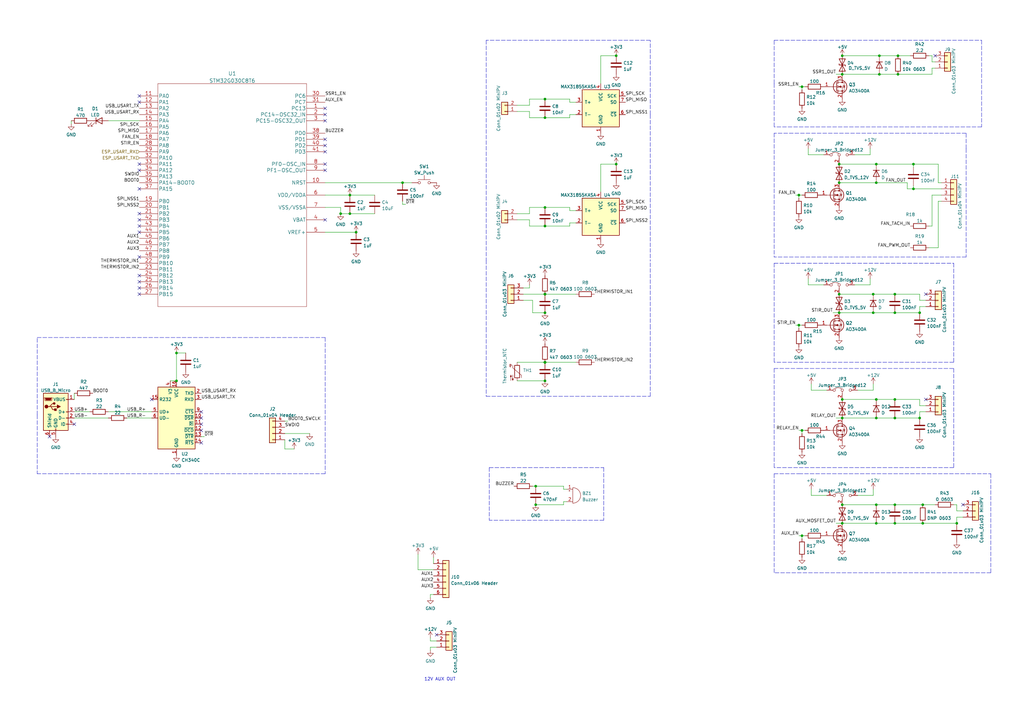
<source format=kicad_sch>
(kicad_sch (version 20211123) (generator eeschema)
  (paper "A3")
  (junction (at 392.43 214.63))
  (junction (at 252.73 22.86))
  (junction (at 345.44 207.01))
  (junction (at 377.19 171.45))
  (junction (at 219.71 207.01))
  (junction (at 359.41 163.83))
  (junction (at 165.1 74.93))
  (junction (at 377.19 128.27))
  (junction (at 223.52 85.09))
  (junction (at 223.52 148.6365))
  (junction (at 223.5201 148.6365))
  (junction (at 143.51 80.01))
  (junction (at 252.73 67.31))
  (junction (at 72.39 144.78))
  (junction (at 359.41 207.01))
  (junction (at 345.44 22.86))
  (junction (at 367.03 128.27))
  (junction (at 368.3 22.86))
  (junction (at 327.66 133.35))
  (junction (at 328.93 35.56))
  (junction (at 358.14 128.27))
  (junction (at 360.68 30.48))
  (junction (at 374.65 77.47))
  (junction (at 223.5199 120.65))
  (junction (at 345.44 30.48))
  (junction (at 358.14 120.65))
  (junction (at 223.52 48.26))
  (junction (at 345.44 214.63))
  (junction (at 359.41 67.31))
  (junction (at 378.46 207.01))
  (junction (at 223.52 40.64))
  (junction (at 367.03 171.45))
  (junction (at 72.39 156.21))
  (junction (at 223.52 156.21))
  (junction (at 344.17 128.27))
  (junction (at 223.52 120.65))
  (junction (at 344.17 120.65))
  (junction (at 378.46 214.63))
  (junction (at 327.66 80.01))
  (junction (at 368.3 30.48))
  (junction (at 367.03 120.65))
  (junction (at 344.17 67.31))
  (junction (at 359.41 74.93))
  (junction (at 359.41 171.45))
  (junction (at 345.44 171.45))
  (junction (at 139.7 87.63))
  (junction (at 223.52 148.59))
  (junction (at 367.03 163.83))
  (junction (at 374.65 67.31))
  (junction (at 143.51 87.63))
  (junction (at 359.41 214.63))
  (junction (at 328.93 176.53))
  (junction (at 223.52 92.71))
  (junction (at 146.05 95.25))
  (junction (at 367.03 207.01))
  (junction (at 344.17 74.93))
  (junction (at 223.52 128.27))
  (junction (at 360.68 22.86))
  (junction (at 367.03 214.63))
  (junction (at 328.93 219.71))
  (junction (at 219.71 199.39))
  (junction (at 345.44 163.83))
  (no_connect (at 62.23 163.83))
  (no_connect (at 30.48 173.99))
  (no_connect (at 57.15 90.17))
  (no_connect (at 57.15 92.71))
  (no_connect (at 133.35 44.45))
  (no_connect (at 133.35 49.53))
  (no_connect (at 57.15 67.31))
  (no_connect (at 57.15 105.41))
  (no_connect (at 133.35 62.23))
  (no_connect (at 57.15 77.47))
  (no_connect (at 57.15 115.57))
  (no_connect (at 57.15 41.91))
  (no_connect (at 133.35 46.99))
  (no_connect (at 179.07 260.35))
  (no_connect (at 133.35 57.15))
  (no_connect (at 383.54 22.86))
  (no_connect (at 379.73 163.83))
  (no_connect (at 57.15 113.03))
  (no_connect (at 57.15 95.25))
  (no_connect (at 394.97 207.01))
  (no_connect (at 82.55 171.45))
  (no_connect (at 133.35 69.85))
  (no_connect (at 57.15 120.65))
  (no_connect (at 133.35 90.17))
  (no_connect (at 20.32 179.07))
  (no_connect (at 57.15 39.37))
  (no_connect (at 82.55 181.61))
  (no_connect (at 57.15 87.63))
  (no_connect (at 379.73 120.65))
  (no_connect (at 82.55 176.53))
  (no_connect (at 57.15 118.11))
  (no_connect (at 82.55 173.99))
  (no_connect (at 82.55 168.91))
  (no_connect (at 133.35 67.31))
  (no_connect (at 133.35 59.69))
  (no_connect (at 57.15 69.85))
  (wire (pts (xy 219.71 207.01) (xy 231.14 207.01)))
  (wire (pts (xy 377.19 123.19) (xy 379.73 123.19)))
  (polyline (pts (xy 406.4 234.95) (xy 317.5 234.95)))
  (wire (pts (xy 359.41 67.31) (xy 374.65 67.31)))
  (wire (pts (xy 29.21 50.8) (xy 29.21 49.53)))
  (wire (pts (xy 223.52 92.71) (xy 217.17 92.71)))
  (wire (pts (xy 384.81 101.6) (xy 384.81 82.55)))
  (wire (pts (xy 233.68 92.71) (xy 233.68 91.44)))
  (wire (pts (xy 356.87 114.3) (xy 356.87 116.84)))
  (wire (pts (xy 368.3 22.86) (xy 360.68 22.86)))
  (wire (pts (xy 342.9 171.45) (xy 345.44 171.45)))
  (wire (pts (xy 367.03 214.63) (xy 378.46 214.63)))
  (wire (pts (xy 30.48 161.29) (xy 30.48 163.83)))
  (wire (pts (xy 382.27 27.94) (xy 383.54 27.94)))
  (polyline (pts (xy 199.39 162.56) (xy 266.7 162.56)))
  (wire (pts (xy 344.17 128.27) (xy 358.14 128.27)))
  (wire (pts (xy 219.71 199.39) (xy 231.14 199.39)))
  (wire (pts (xy 36.83 168.91) (xy 30.48 168.91)))
  (wire (pts (xy 120.65 184.15) (xy 116.84 184.15)))
  (wire (pts (xy 372.11 74.93) (xy 372.11 77.47)))
  (wire (pts (xy 44.45 49.53) (xy 57.15 49.53)))
  (polyline (pts (xy 317.5 54.61) (xy 317.5 105.41)))
  (polyline (pts (xy 199.39 106.68) (xy 199.39 134.62)))
  (polyline (pts (xy 15.24 170.18) (xy 15.24 194.31)))
  (wire (pts (xy 212.09 43.18) (xy 217.17 43.18)))
  (wire (pts (xy 217.17 85.09) (xy 223.52 85.09)))
  (polyline (pts (xy 327.66 151.13) (xy 391.16 151.13)))
  (wire (pts (xy 223.5199 120.65) (xy 223.52 120.65)))
  (wire (pts (xy 358.14 203.2) (xy 351.79 203.2)))
  (polyline (pts (xy 15.24 170.18) (xy 15.24 138.43)))
  (polyline (pts (xy 266.7 46.99) (xy 266.7 106.68)))
  (wire (pts (xy 246.38 78.74) (xy 246.38 67.31)))
  (wire (pts (xy 246.38 22.86) (xy 252.73 22.86)))
  (polyline (pts (xy 391.16 148.59) (xy 317.5 148.59)))
  (wire (pts (xy 381 22.86) (xy 382.27 22.86)))
  (polyline (pts (xy 133.35 194.31) (xy 15.24 194.31)))
  (wire (pts (xy 165.1 74.93) (xy 168.91 74.93)))
  (wire (pts (xy 358.14 157.48) (xy 358.14 160.02)))
  (wire (pts (xy 360.68 30.48) (xy 368.3 30.48)))
  (wire (pts (xy 356.87 60.96) (xy 356.87 63.5)))
  (wire (pts (xy 328.93 177.8) (xy 328.93 176.53)))
  (polyline (pts (xy 396.24 60.96) (xy 396.24 105.41)))
  (polyline (pts (xy 266.7 16.51) (xy 199.39 16.51)))
  (wire (pts (xy 177.8 228.6) (xy 177.8 231.14)))
  (wire (pts (xy 246.38 67.31) (xy 252.73 67.31)))
  (wire (pts (xy 139.7 85.09) (xy 133.35 85.09)))
  (polyline (pts (xy 266.7 134.62) (xy 266.7 106.68)))
  (wire (pts (xy 52.07 171.45) (xy 62.23 171.45)))
  (wire (pts (xy 344.17 120.65) (xy 358.14 120.65)))
  (polyline (pts (xy 317.5 34.29) (xy 317.5 16.51)))
  (wire (pts (xy 233.68 85.09) (xy 233.68 86.36)))
  (wire (pts (xy 116.84 184.15) (xy 116.84 180.34)))
  (wire (pts (xy 392.43 209.55) (xy 392.43 207.01)))
  (wire (pts (xy 341.63 128.27) (xy 344.17 128.27)))
  (polyline (pts (xy 391.16 191.77) (xy 317.5 191.77)))
  (wire (pts (xy 327.66 219.71) (xy 328.93 219.71)))
  (wire (pts (xy 377.19 166.37) (xy 379.73 166.37)))
  (polyline (pts (xy 247.65 191.77) (xy 247.65 213.36)))
  (wire (pts (xy 382.27 30.48) (xy 382.27 27.94)))
  (wire (pts (xy 231.14 200.66) (xy 231.14 199.39)))
  (wire (pts (xy 328.93 220.98) (xy 328.93 219.71)))
  (wire (pts (xy 358.14 160.02) (xy 351.79 160.02)))
  (wire (pts (xy 217.17 48.26) (xy 217.17 45.72)))
  (wire (pts (xy 214.63 120.65) (xy 223.5199 120.65)))
  (wire (pts (xy 223.5199 120.65) (xy 223.5199 120.6035)))
  (wire (pts (xy 223.52 148.6365) (xy 223.52 148.59)))
  (wire (pts (xy 382.27 25.4) (xy 382.27 22.86)))
  (wire (pts (xy 327.66 81.28) (xy 327.66 80.01)))
  (wire (pts (xy 377.19 171.45) (xy 377.19 168.91)))
  (wire (pts (xy 165.1 83.82) (xy 166.37 83.82)))
  (polyline (pts (xy 200.66 191.77) (xy 247.65 191.77)))
  (wire (pts (xy 331.47 63.5) (xy 337.82 63.5)))
  (wire (pts (xy 76.2 144.78) (xy 72.39 144.78)))
  (wire (pts (xy 217.17 116.84) (xy 217.17 118.11)))
  (wire (pts (xy 139.7 87.63) (xy 143.51 87.63)))
  (wire (pts (xy 342.9 30.48) (xy 345.44 30.48)))
  (wire (pts (xy 377.19 128.27) (xy 377.19 125.73)))
  (wire (pts (xy 176.53 261.62) (xy 176.53 262.89)))
  (wire (pts (xy 359.41 214.63) (xy 367.03 214.63)))
  (wire (pts (xy 377.19 166.37) (xy 377.19 163.83)))
  (wire (pts (xy 374.65 67.31) (xy 384.81 67.31)))
  (wire (pts (xy 367.03 171.45) (xy 377.19 171.45)))
  (wire (pts (xy 328.93 176.53) (xy 330.2 176.53)))
  (polyline (pts (xy 317.5 34.29) (xy 317.5 52.07)))
  (wire (pts (xy 217.17 40.64) (xy 223.52 40.64)))
  (wire (pts (xy 233.68 46.99) (xy 236.22 46.99)))
  (polyline (pts (xy 200.66 191.77) (xy 200.66 213.36)))
  (wire (pts (xy 386.08 80.01) (xy 382.27 80.01)))
  (wire (pts (xy 368.3 30.48) (xy 382.27 30.48)))
  (wire (pts (xy 223.52 128.27) (xy 218.44 128.27)))
  (wire (pts (xy 326.39 80.01) (xy 327.66 80.01)))
  (wire (pts (xy 345.44 207.01) (xy 359.41 207.01)))
  (wire (pts (xy 218.44 128.27) (xy 218.44 123.19)))
  (wire (pts (xy 176.53 245.11) (xy 176.53 243.84)))
  (wire (pts (xy 217.17 92.71) (xy 217.17 90.17)))
  (polyline (pts (xy 406.4 194.31) (xy 406.4 234.95)))
  (wire (pts (xy 223.52 48.26) (xy 217.17 48.26)))
  (polyline (pts (xy 396.24 105.41) (xy 317.5 105.41)))
  (wire (pts (xy 44.45 171.45) (xy 30.48 171.45)))
  (wire (pts (xy 212.09 148.59) (xy 223.52 148.59)))
  (wire (pts (xy 233.68 41.91) (xy 236.22 41.91)))
  (wire (pts (xy 328.93 35.56) (xy 330.2 35.56)))
  (wire (pts (xy 358.14 200.66) (xy 358.14 203.2)))
  (polyline (pts (xy 391.16 151.13) (xy 391.16 191.77)))
  (wire (pts (xy 133.35 80.01) (xy 143.51 80.01)))
  (wire (pts (xy 233.68 40.64) (xy 233.68 41.91)))
  (wire (pts (xy 223.52 40.64) (xy 233.68 40.64)))
  (wire (pts (xy 374.65 76.2) (xy 374.65 77.47)))
  (wire (pts (xy 326.39 133.35) (xy 327.66 133.35)))
  (polyline (pts (xy 317.5 151.13) (xy 317.5 191.77)))
  (polyline (pts (xy 391.16 107.95) (xy 391.16 148.59)))
  (wire (pts (xy 176.53 262.89) (xy 179.07 262.89)))
  (polyline (pts (xy 317.5 194.31) (xy 327.66 194.31)))
  (wire (pts (xy 72.39 144.78) (xy 72.39 156.21)))
  (polyline (pts (xy 396.24 54.61) (xy 317.5 54.61)))
  (polyline (pts (xy 317.5 194.31) (xy 317.5 234.95)))
  (wire (pts (xy 358.14 120.65) (xy 367.03 120.65)))
  (wire (pts (xy 118.11 172.72) (xy 116.84 172.72)))
  (wire (pts (xy 328.93 36.83) (xy 328.93 35.56)))
  (wire (pts (xy 359.41 74.93) (xy 372.11 74.93)))
  (polyline (pts (xy 199.39 16.51) (xy 199.39 106.68)))
  (polyline (pts (xy 402.59 16.51) (xy 402.59 52.07)))
  (wire (pts (xy 392.43 207.01) (xy 391.16 207.01)))
  (polyline (pts (xy 266.7 162.56) (xy 266.7 134.62)))
  (wire (pts (xy 223.52 48.26) (xy 233.68 48.26)))
  (wire (pts (xy 377.19 163.83) (xy 367.03 163.83)))
  (wire (pts (xy 359.41 171.45) (xy 367.03 171.45)))
  (polyline (pts (xy 317.5 16.51) (xy 402.59 16.51)))
  (wire (pts (xy 217.17 87.63) (xy 217.17 85.09)))
  (wire (pts (xy 223.52 148.59) (xy 236.22 148.59)))
  (wire (pts (xy 116.84 177.8) (xy 127 177.8)))
  (wire (pts (xy 217.17 43.18) (xy 217.17 40.64)))
  (wire (pts (xy 331.47 114.3) (xy 331.47 116.84)))
  (wire (pts (xy 331.47 116.84) (xy 337.82 116.84)))
  (wire (pts (xy 386.08 74.93) (xy 384.81 74.93)))
  (wire (pts (xy 223.52 85.09) (xy 233.68 85.09)))
  (wire (pts (xy 143.51 80.01) (xy 153.67 80.01)))
  (polyline (pts (xy 133.35 138.43) (xy 133.35 194.31)))
  (wire (pts (xy 233.68 86.36) (xy 236.22 86.36)))
  (wire (pts (xy 83.82 179.07) (xy 82.55 179.07)))
  (wire (pts (xy 223.5201 148.6365) (xy 223.52 148.6365)))
  (wire (pts (xy 377.19 123.19) (xy 377.19 120.65)))
  (wire (pts (xy 44.45 168.91) (xy 62.23 168.91)))
  (wire (pts (xy 232.41 200.66) (xy 231.14 200.66)))
  (wire (pts (xy 231.14 207.01) (xy 231.14 205.74)))
  (wire (pts (xy 327.66 176.53) (xy 328.93 176.53)))
  (wire (pts (xy 368.3 22.86) (xy 373.38 22.86)))
  (wire (pts (xy 171.45 227.33) (xy 171.45 233.68)))
  (wire (pts (xy 392.43 209.55) (xy 394.97 209.55)))
  (polyline (pts (xy 317.5 107.95) (xy 317.5 148.59)))
  (wire (pts (xy 236.22 120.65) (xy 223.52 120.65)))
  (wire (pts (xy 231.14 205.74) (xy 232.41 205.74)))
  (wire (pts (xy 165.1 82.55) (xy 165.1 83.82)))
  (wire (pts (xy 218.44 123.19) (xy 214.63 123.19)))
  (wire (pts (xy 382.27 92.71) (xy 381 92.71)))
  (wire (pts (xy 344.17 67.31) (xy 359.41 67.31)))
  (wire (pts (xy 218.44 199.39) (xy 219.71 199.39)))
  (wire (pts (xy 233.68 91.44) (xy 236.22 91.44)))
  (wire (pts (xy 342.9 214.63) (xy 345.44 214.63)))
  (wire (pts (xy 331.47 60.96) (xy 331.47 63.5)))
  (wire (pts (xy 359.41 207.01) (xy 367.03 207.01)))
  (wire (pts (xy 246.38 34.29) (xy 246.38 22.86)))
  (wire (pts (xy 383.54 207.01) (xy 378.46 207.01)))
  (wire (pts (xy 212.09 156.21) (xy 223.52 156.21)))
  (polyline (pts (xy 266.7 46.99) (xy 266.7 16.51)))
  (wire (pts (xy 382.27 25.4) (xy 383.54 25.4)))
  (wire (pts (xy 367.03 120.65) (xy 377.19 120.65)))
  (wire (pts (xy 384.81 82.55) (xy 386.08 82.55)))
  (wire (pts (xy 345.44 30.48) (xy 360.68 30.48)))
  (wire (pts (xy 382.27 80.01) (xy 382.27 92.71)))
  (wire (pts (xy 384.81 74.93) (xy 384.81 67.31)))
  (wire (pts (xy 359.41 163.83) (xy 367.03 163.83)))
  (polyline (pts (xy 199.39 134.62) (xy 199.39 162.56)))
  (polyline (pts (xy 396.24 60.96) (xy 396.24 54.61)))
  (wire (pts (xy 374.65 67.31) (xy 374.65 68.58)))
  (polyline (pts (xy 317.5 107.95) (xy 391.16 107.95)))
  (wire (pts (xy 332.74 200.66) (xy 332.74 203.2)))
  (wire (pts (xy 328.93 219.71) (xy 330.2 219.71)))
  (wire (pts (xy 223.52 92.71) (xy 233.68 92.71)))
  (wire (pts (xy 378.46 214.63) (xy 392.43 214.63)))
  (wire (pts (xy 133.35 74.93) (xy 165.1 74.93)))
  (wire (pts (xy 367.03 128.27) (xy 377.19 128.27)))
  (wire (pts (xy 377.19 168.91) (xy 379.73 168.91)))
  (wire (pts (xy 212.09 87.63) (xy 217.17 87.63)))
  (wire (pts (xy 356.87 63.5) (xy 350.52 63.5)))
  (wire (pts (xy 143.51 87.63) (xy 153.67 87.63)))
  (wire (pts (xy 372.11 77.47) (xy 374.65 77.47)))
  (polyline (pts (xy 327.66 194.31) (xy 406.4 194.31)))
  (wire (pts (xy 327.66 134.62) (xy 327.66 133.35)))
  (wire (pts (xy 233.68 48.26) (xy 233.68 46.99)))
  (wire (pts (xy 176.53 243.84) (xy 177.8 243.84)))
  (wire (pts (xy 217.17 118.11) (xy 214.63 118.11)))
  (wire (pts (xy 171.45 233.68) (xy 177.8 233.68)))
  (wire (pts (xy 356.87 116.84) (xy 350.52 116.84)))
  (polyline (pts (xy 317.5 151.13) (xy 327.66 151.13)))
  (wire (pts (xy 332.74 157.48) (xy 332.74 160.02)))
  (wire (pts (xy 332.74 160.02) (xy 339.09 160.02)))
  (wire (pts (xy 374.65 77.47) (xy 386.08 77.47)))
  (wire (pts (xy 345.44 22.86) (xy 360.68 22.86)))
  (wire (pts (xy 327.66 133.35) (xy 328.93 133.35)))
  (polyline (pts (xy 402.59 52.07) (xy 317.5 52.07)))
  (wire (pts (xy 358.14 128.27) (xy 367.03 128.27)))
  (wire (pts (xy 327.66 35.56) (xy 328.93 35.56)))
  (wire (pts (xy 392.43 212.09) (xy 394.97 212.09)))
  (polyline (pts (xy 15.24 138.43) (xy 133.35 138.43)))
  (wire (pts (xy 345.44 163.83) (xy 359.41 163.83)))
  (wire (pts (xy 176.53 265.43) (xy 179.07 265.43)))
  (wire (pts (xy 392.43 214.63) (xy 392.43 212.09)))
  (wire (pts (xy 217.17 45.72) (xy 212.09 45.72)))
  (wire (pts (xy 345.44 171.45) (xy 359.41 171.45)))
  (wire (pts (xy 378.46 207.01) (xy 367.03 207.01)))
  (wire (pts (xy 377.19 125.73) (xy 379.73 125.73)))
  (wire (pts (xy 327.66 80.01) (xy 328.93 80.01)))
  (polyline (pts (xy 247.65 213.36) (xy 200.66 213.36)))
  (wire (pts (xy 381 101.6) (xy 384.81 101.6)))
  (wire (pts (xy 139.7 87.63) (xy 139.7 85.09)))
  (wire (pts (xy 69.85 156.21) (xy 72.39 156.21)))
  (wire (pts (xy 332.74 203.2) (xy 339.09 203.2)))
  (wire (pts (xy 345.44 214.63) (xy 359.41 214.63)))
  (wire (pts (xy 344.17 74.93) (xy 359.41 74.93)))
  (wire (pts (xy 176.53 266.7) (xy 176.53 265.43)))
  (wire (pts (xy 133.35 95.25) (xy 146.05 95.25)))
  (wire (pts (xy 217.17 90.17) (xy 212.09 90.17)))
  (text "12V AUX OUT" (at 173.99 279.4 0) (effects (font (size 1.27 1.27)) (justify left bottom)))
  (label "SPI_SCK" (at 57.15 52.07 180))
  (label "BOOT0" (at 38.1 161.29 0))
  (label "STIR_EN" (at 57.15 59.69 180))
  (label "SWDIO" (at 57.15 72.39 180))
  (label "SPI_NSS2" (at 256.54 91.44 0))
  (label "SPI_MISO" (at 256.54 86.36 0))
  (label "AUX2" (at 177.8 238.76 180))
  (label "BUZZER" (at 210.82 199.39 180))
  (label "SPI_NSS1" (at 256.54 46.99 0))
  (label "THERMISTOR_IN1" (at 243.84 120.65 0))
  (label "STIR_OUT" (at 341.63 128.27 180))
  (label "BOOT0" (at 57.15 74.93 180))
  (label "FAN_PWM_OUT" (at 373.38 101.6 180))
  (label "USB_R-" (at 52.07 171.45 0))
  (label "AUX3" (at 177.8 241.3 180))
  (label "FAN_OUT" (at 363.22 74.93 0))
  (label "USB_USART_TX" (at 82.55 163.83 0))
  (label "SSR1_EN" (at 327.66 35.56 180))
  (label "STIR_EN" (at 326.39 133.35 180))
  (label "SSR1_OUT" (at 342.9 30.48 180))
  (label "SSR1_EN" (at 133.35 39.37 0))
  (label "BOOT0_SWCLK" (at 118.11 172.72 0))
  (label "USB_R+" (at 52.07 168.91 0))
  (label "~{DTR}" (at 166.37 83.82 0))
  (label "SPI_SCK" (at 256.54 39.37 0))
  (label "THERMISTOR_IN2" (at 57.15 110.49 180))
  (label "USB_USART_RX" (at 57.15 46.99 180))
  (label "FAN_TACH_IN" (at 373.38 92.71 180))
  (label "SPI_NSS2" (at 57.15 85.09 180))
  (label "AUX_EN" (at 327.66 219.71 180))
  (label "USB+" (at 30.48 168.91 0))
  (label "~{DTR}" (at 83.82 179.07 0))
  (label "AUX2" (at 57.15 100.33 180))
  (label "SPI_SCK" (at 256.54 83.82 0))
  (label "AUX1" (at 177.8 236.22 180))
  (label "SPI_MISO" (at 256.54 41.91 0))
  (label "USB-" (at 30.48 171.45 0))
  (label "RELAY_OUT" (at 342.9 171.45 180))
  (label "AUX3" (at 57.15 102.87 180))
  (label "USB_USART_TX" (at 57.15 44.45 180))
  (label "AUX_MOSFET_OUT" (at 342.9 214.63 180))
  (label "SPI_NSS1" (at 57.15 82.55 180))
  (label "SPI_MISO" (at 57.15 54.61 180))
  (label "FAN_EN" (at 57.15 57.15 180))
  (label "USB_USART_RX" (at 82.55 161.29 0))
  (label "AUX1" (at 57.15 97.79 180))
  (label "SWDIO" (at 116.84 175.26 0))
  (label "THERMISTOR_IN1" (at 57.15 107.95 180))
  (label "RELAY_EN" (at 327.66 176.53 180))
  (label "THERMISTOR_IN2" (at 243.84 148.59 0))
  (label "BUZZER" (at 133.35 54.61 0))
  (label "FAN_EN" (at 326.39 80.01 180))
  (label "AUX_EN" (at 133.35 41.91 0))
  (hierarchical_label "ESP_USART_RX" (shape input) (at 57.15 62.23 180))
  (hierarchical_label "ESP_USART_TX" (shape input) (at 57.15 64.77 180))
  (symbol (lib_id "power:+3V3") (at 223.52 113.03 0) (unit 1)
    (property "Reference" "#PWR014" (effects hide))
    (property "Value" "+3V3" (at 223.52 109.4542 0))
  )
  (symbol (lib_id "Device:R") (at 240.03 120.65 90) (unit 1)
    (property "Reference" "R8" (at 240.03 115.9342 90))
    (property "Value" "100 0603" (at 240.03 118.4711 90))
    (property "Footprint" "Resistor_SMD:R_0603_1608Metric_Pad0.98x0.95mm_HandSolder" (effects hide))
    (property "LCSC" "C22775" (effects hide))
  )
  (symbol (lib_id "Jumper:Jumper_3_Bridged12") (at 344.17 116.84 0) (unit 1)
    (property "Reference" "JP1" (at 344.17 112.276 0))
    (property "Value" "Jumper_3_Bridged12" (at 344.17 114.8129 0))
    (property "Footprint" "Connector_PinHeader_2.54mm:PinHeader_1x03_P2.54mm_Vertical" (effects hide))
  )
  (symbol (lib_id "power:GND") (at 252.73 30.48 0) (unit 1)
    (property "Reference" "#PWR021" (effects hide))
    (property "Value" "GND" (at 252.73 34.9234 0))
  )
  (symbol (lib_id "power:GND") (at 179.07 74.93 0) (unit 1)
    (property "Reference" "#PWR012" (effects hide))
    (property "Value" "GND" (at 179.07 79.3734 0))
  )
  (symbol (lib_id "Device:D") (at 360.68 26.67 270) (unit 1)
    (property "Reference" "D8" (at 362.712 25.8353 90) (effects (justify left)))
    (property "Value" "D" (at 362.712 28.3722 90) (effects (justify left)))
    (property "Footprint" "Diode_SMD:D_SMA" (effects hide))
    (property "LCSC" "C8678" (effects hide))
  )
  (symbol (lib_id "Connector_Generic:Conn_01x03") (at 384.81 123.19 0) (mirror x) (unit 1)
    (property "Reference" "J7" (at 384.81 115.6802 0))
    (property "Value" "Conn_01x03 MiniPV" (at 387.35 127 90))
    (property "Footprint" "Homebrew:MiniPV_69167-X03XXX_1x03_P2.54mm_Polarized_Vertical" (effects hide))
  )
  (symbol (lib_id "power:GND") (at 72.39 186.69 0) (unit 1)
    (property "Reference" "#PWR04" (effects hide))
    (property "Value" "GND" (at 72.39 191.1334 0))
  )
  (symbol (lib_id "Device:C") (at 367.03 210.82 0) (unit 1)
    (property "Reference" "C35" (at 369.951 209.9853 0) (effects (justify left)))
    (property "Value" "100nF" (at 369.951 212.5222 0) (effects (justify left)))
    (property "Footprint" "Capacitor_SMD:C_0402_1005Metric" (effects hide))
    (property "LCSC" "C307331" (effects hide))
  )
  (symbol (lib_id "power:+5V") (at 177.8 228.6 0) (unit 1)
    (property "Reference" "#PWR039" (effects hide))
    (property "Value" "+5V" (at 177.8 225.0242 0))
  )
  (symbol (lib_id "power:+12V") (at 358.14 200.66 0) (unit 1)
    (property "Reference" "#PWR068" (effects hide))
    (property "Value" "+12V" (at 358.14 197.0842 0))
  )
  (symbol (lib_id "power:GND") (at 252.73 74.93 0) (unit 1)
    (property "Reference" "#PWR023" (effects hide))
    (property "Value" "GND" (at 252.73 79.3734 0))
  )
  (symbol (lib_id "power:GND") (at 344.17 138.43 0) (unit 1)
    (property "Reference" "#PWR031" (effects hide))
    (property "Value" "GND" (at 344.17 142.8734 0))
  )
  (symbol (lib_id "Connector_Generic:Conn_01x03") (at 209.55 120.65 180) (unit 1)
    (property "Reference" "J6" (at 209.55 113.1402 0))
    (property "Value" "Conn_01x03 MiniPV" (at 207.01 120.65 90))
    (property "Footprint" "Homebrew:MiniPV_69167-X03XXX_1x03_P2.54mm_Polarized_Vertical" (effects hide))
  )
  (symbol (lib_id "power:GND") (at 377.19 179.07 0) (unit 1)
    (property "Reference" "#PWR069" (effects hide))
    (property "Value" "GND" (at 377.19 183.5134 0))
  )
  (symbol (lib_id "Device:C") (at 223.52 152.4 0) (unit 1)
    (property "Reference" "C10" (at 226.441 151.5653 0) (effects (justify left)))
    (property "Value" "1uF" (at 226.441 154.1022 0) (effects (justify left)))
    (property "Footprint" "Capacitor_SMD:C_0402_1005Metric" (effects hide))
    (property "LCSC" "C52923" (effects hide))
  )
  (symbol (lib_id "Device:C") (at 252.73 26.67 0) (unit 1)
    (property "Reference" "C12" (at 255.651 25.8353 0) (effects (justify left)))
    (property "Value" "1uF" (at 255.651 28.3722 0) (effects (justify left)))
    (property "Footprint" "Capacitor_SMD:C_0402_1005Metric" (effects hide))
    (property "LCSC" "C52923" (effects hide))
  )
  (symbol (lib_id "power:+3V3") (at 143.51 80.01 0) (unit 1)
    (property "Reference" "#PWR09" (effects hide))
    (property "Value" "+3V3" (at 143.51 76.4342 0))
  )
  (symbol (lib_id "Device:D") (at 359.41 71.12 270) (unit 1)
    (property "Reference" "D6" (at 361.442 70.2853 90) (effects (justify left)))
    (property "Value" "D" (at 361.442 72.8222 90) (effects (justify left)))
    (property "Footprint" "Diode_SMD:D_SMA" (effects hide))
    (property "LCSC" "C8678" (effects hide))
  )
  (symbol (lib_id "power:GND") (at 146.05 102.87 0) (unit 1)
    (property "Reference" "#PWR011" (effects hide))
    (property "Value" "GND" (at 146.05 107.3134 0))
  )
  (symbol (lib_id "Device:C") (at 223.52 44.45 0) (unit 1)
    (property "Reference" "C8" (at 226.441 43.6153 0) (effects (justify left)))
    (property "Value" "10nF" (at 226.441 46.1522 0) (effects (justify left)))
    (property "Footprint" "Capacitor_SMD:C_0402_1005Metric" (effects hide))
    (property "LCSC" "C15195" (effects hide))
  )
  (symbol (lib_id "power:+3V3") (at 120.65 184.15 0) (unit 1)
    (property "Reference" "#PWR06" (effects hide))
    (property "Value" "+3V3" (at 120.65 180.5742 0))
  )
  (symbol (lib_id "power:GND") (at 328.93 228.6 0) (unit 1)
    (property "Reference" "#PWR035" (effects hide))
    (property "Value" "GND" (at 328.93 233.0434 0))
  )
  (symbol (lib_id "Device:Buzzer") (at 234.95 203.2 0) (unit 1)
    (property "Reference" "BZ1" (at 238.76 202.3653 0) (effects (justify left)))
    (property "Value" "Buzzer" (at 238.76 204.9022 0) (effects (justify left)))
    (property "Footprint" "Homebrew:MURATA_PKM13EPYH4000-A0" (effects hide))
    (property "MPN" "PKM13EPYH4000-A0" (effects hide))
  )
  (symbol (lib_id "Connector:USB_B_Micro") (at 22.86 168.91 0) (unit 1)
    (property "Reference" "J1" (at 22.86 157.5902 0))
    (property "Value" "USB_B_Micro" (at 22.86 160.1271 0))
    (property "Footprint" "Homebrew:FRAMATOME_10118194-0001LF_fixed_bridges" (effects hide))
    (property "LCSC" "C132563" (effects hide))
  )
  (symbol (lib_id "Device:D_TVS") (at 345.44 26.67 90) (unit 1)
    (property "Reference" "D4" (at 347.472 25.8353 90) (effects (justify right)))
    (property "Value" "D_TVS_5V" (at 347.98 27.94 90) (effects (justify right)))
    (property "Footprint" "Diode_SMD:D_SMA_Handsoldering" (effects hide))
    (property "MPN" "824501600" (effects hide))
  )
  (symbol (lib_id "power:GND") (at 22.86 179.07 0) (unit 1)
    (property "Reference" "#PWR01" (effects hide))
    (property "Value" "GND" (at 22.86 183.5134 0))
  )
  (symbol (lib_id "power:GND") (at 139.7 87.63 0) (unit 1)
    (property "Reference" "#PWR08" (effects hide))
    (property "Value" "GND" (at 139.7 92.0734 0))
  )
  (symbol (lib_id "Device:R") (at 334.01 176.53 90) (unit 1)
    (property "Reference" "R44" (at 336.55 179.07 90))
    (property "Value" "100" (at 334.01 174.3511 90))
    (property "Footprint" "Resistor_SMD:R_0402_1005Metric" (effects hide))
    (property "LCSC" "C25076" (effects hide))
  )
  (symbol (lib_id "Connector_Generic:Conn_01x06") (at 182.88 236.22 0) (unit 1)
    (property "Reference" "J10" (at 184.912 236.6553 0) (effects (justify left)))
    (property "Value" "Conn_01x06 Header" (at 184.912 239.1922 0) (effects (justify left)))
    (property "Footprint" "Connector_PinHeader_2.54mm:PinHeader_1x06_P2.54mm_Vertical" (effects hide))
  )
  (symbol (lib_id "Device:R") (at 387.35 207.01 90) (unit 1)
    (property "Reference" "R43" (at 387.35 202.2942 90))
    (property "Value" "0 0603" (at 387.35 204.8311 90))
    (property "Footprint" "Resistor_SMD:R_0603_1608Metric_Pad0.98x0.95mm_HandSolder" (effects hide))
    (property "LCSC" "C22939" (effects hide))
  )
  (symbol (lib_id "Device:C") (at 377.19 175.26 0) (unit 1)
    (property "Reference" "C36" (at 380.111 174.4253 0) (effects (justify left)))
    (property "Value" "100nF" (at 380.111 176.9622 0) (effects (justify left)))
    (property "Footprint" "Capacitor_SMD:C_0402_1005Metric" (effects hide))
    (property "LCSC" "C307331" (effects hide))
  )
  (symbol (lib_id "power:GND") (at 176.53 245.11 0) (unit 1)
    (property "Reference" "#PWR038" (effects hide))
    (property "Value" "GND" (at 176.53 249.5534 0))
  )
  (symbol (lib_id "Transistor_FET:AO3400A") (at 342.9 176.53 0) (unit 1)
    (property "Reference" "Q4" (at 348.107 175.6953 0) (effects (justify left)))
    (property "Value" "AO3400A" (at 348.107 178.2322 0) (effects (justify left)))
    (property "Footprint" "Package_TO_SOT_SMD:SOT-23" (effects hide))
    (property "Datasheet" "http://www.aosmd.com/pdfs/datasheet/AO3400A.pdf" (effects hide))
    (property "LCSC" "C20917" (effects hide))
  )
  (symbol (lib_id "Device:C") (at 367.03 124.46 0) (unit 1)
    (property "Reference" "C31" (at 369.951 123.6253 0) (effects (justify left)))
    (property "Value" "100nF" (at 369.951 126.1622 0) (effects (justify left)))
    (property "Footprint" "Capacitor_SMD:C_0402_1005Metric" (effects hide))
    (property "LCSC" "C307331" (effects hide))
  )
  (symbol (lib_id "power:+5V") (at 331.47 60.96 0) (unit 1)
    (property "Reference" "#PWR058" (effects hide))
    (property "Value" "+5V" (at 331.47 57.3842 0))
  )
  (symbol (lib_id "Device:R") (at 377.19 92.71 90) (unit 1)
    (property "Reference" "R18" (at 373.38 87.9942 90))
    (property "Value" "1k" (at 377.19 90.5311 90))
    (property "Footprint" "Resistor_SMD:R_0402_1005Metric" (effects hide))
    (property "LCSC" "C11702" (effects hide))
  )
  (symbol (lib_id "Sensor_Temperature:MAX31855KASA") (at 246.38 44.45 0) (unit 1)
    (property "Reference" "U3" (at 247.65 35.56 0) (effects (justify left)))
    (property "Value" "MAX31855KASA" (at 229.87 35.56 0) (effects (justify left)))
    (property "Footprint" "Package_SO:SOIC-8_3.9x4.9mm_P1.27mm" (effects hide))
    (property "Datasheet" "http://datasheets.maximintegrated.com/en/ds/MAX31855.pdf" (effects hide))
    (property "LCSC" "C52028" (effects hide))
  )
  (symbol (lib_id "Connector_Generic:Conn_01x04") (at 391.16 77.47 0) (unit 1)
    (property "Reference" "J11" (at 389.89 72.39 0) (effects (justify left)))
    (property "Value" "Conn_01x04 MiniPV" (at 393.7 93.98 90) (effects (justify left)))
    (property "Footprint" "Connector_PinHeader_2.54mm:PinHeader_1x04_P2.54mm_Vertical" (effects hide))
  )
  (symbol (lib_id "Device:R") (at 334.01 35.56 90) (unit 1)
    (property "Reference" "R16" (at 336.55 38.1 90))
    (property "Value" "100" (at 334.01 33.3811 90))
    (property "Footprint" "Resistor_SMD:R_0402_1005Metric" (effects hide))
    (property "LCSC" "C25076" (effects hide))
  )
  (symbol (lib_id "Device:R") (at 328.93 40.64 180) (unit 1)
    (property "Reference" "R12" (at 330.708 39.8053 0) (effects (justify right)))
    (property "Value" "10k" (at 330.708 42.3422 0) (effects (justify right)))
    (property "Footprint" "Resistor_SMD:R_0402_1005Metric" (effects hide))
    (property "LCSC" "C25744" (effects hide))
  )
  (symbol (lib_id "Device:C") (at 76.2 148.59 0) (unit 1)
    (property "Reference" "C1" (at 79.121 147.7553 0) (effects (justify left)))
    (property "Value" "1uF" (at 79.121 150.2922 0) (effects (justify left)))
    (property "Footprint" "Capacitor_SMD:C_0402_1005Metric" (effects hide))
    (property "LCSC" "C52923" (effects hide))
  )
  (symbol (lib_id "power:+12V") (at 358.14 157.48 0) (unit 1)
    (property "Reference" "#PWR067" (effects hide))
    (property "Value" "+12V" (at 358.14 153.9042 0))
  )
  (symbol (lib_id "Connector_Generic:Conn_01x03") (at 384.81 166.37 0) (mirror x) (unit 1)
    (property "Reference" "J8" (at 384.81 158.8602 0))
    (property "Value" "Conn_01x03 MiniPV" (at 387.35 170.18 90))
    (property "Footprint" "Homebrew:MiniPV_69167-X03XXX_1x03_P2.54mm_Polarized_Vertical" (effects hide))
  )
  (symbol (lib_id "power:GND") (at 223.52 156.21 0) (unit 1)
    (property "Reference" "#PWR017" (effects hide))
    (property "Value" "GND" (at 223.52 160.6534 0))
  )
  (symbol (lib_id "Device:C") (at 153.67 83.82 0) (unit 1)
    (property "Reference" "C4" (at 156.591 82.9853 0) (effects (justify left)))
    (property "Value" "10uF" (at 156.591 85.5222 0) (effects (justify left)))
    (property "Footprint" "Capacitor_SMD:C_0603_1608Metric" (effects hide))
    (property "LCSC" "C96446" (effects hide))
  )
  (symbol (lib_id "power:GND") (at 29.21 50.8 0) (unit 1)
    (property "Reference" "#PWR02" (effects hide))
    (property "Value" "GND" (at 29.21 55.2434 0))
  )
  (symbol (lib_id "Device:C") (at 219.71 203.2 0) (unit 1)
    (property "Reference" "C6" (at 222.631 202.3653 0) (effects (justify left)))
    (property "Value" "470nF" (at 222.631 204.9022 0) (effects (justify left)))
    (property "Footprint" "Capacitor_SMD:C_0402_1005Metric" (effects hide))
    (property "LCSC" "C47339" (effects hide))
  )
  (symbol (lib_id "Device:R") (at 378.46 210.82 180) (unit 1)
    (property "Reference" "R41" (at 380.238 209.9853 0) (effects (justify right)))
    (property "Value" "DNP 0603" (at 380.238 212.5222 0) (effects (justify right)))
    (property "Footprint" "Resistor_SMD:R_0603_1608Metric_Pad0.98x0.95mm_HandSolder" (effects hide))
    (property "LCSC" "C25804" (effects hide))
  )
  (symbol (lib_id "Device:R") (at 223.52 116.84 0) (unit 1)
    (property "Reference" "R6" (at 225.298 116.0053 0) (effects (justify left)))
    (property "Value" "4k7 0603" (at 225.298 118.5422 0) (effects (justify left)))
    (property "Footprint" "Resistor_SMD:R_0603_1608Metric_Pad0.98x0.95mm_HandSolder" (effects hide))
    (property "LCSC" "C23162" (effects hide))
  )
  (symbol (lib_id "power:GND") (at 328.93 44.45 0) (unit 1)
    (property "Reference" "#PWR026" (effects hide))
    (property "Value" "GND" (at 328.93 48.8934 0))
  )
  (symbol (lib_id "Device:D_TVS") (at 344.17 124.46 90) (unit 1)
    (property "Reference" "D3" (at 346.202 123.6253 90) (effects (justify right)))
    (property "Value" "D_TVS_5V" (at 346.202 126.1622 90) (effects (justify right)))
    (property "Footprint" "Diode_SMD:D_SMA_Handsoldering" (effects hide))
    (property "MPN" "824501600" (effects hide))
  )
  (symbol (lib_id "power:+5V") (at 332.74 157.48 0) (unit 1)
    (property "Reference" "#PWR060" (effects hide))
    (property "Value" "+5V" (at 332.74 153.9042 0))
  )
  (symbol (lib_id "Device:Thermistor_NTC") (at 212.09 152.4 0) (unit 1)
    (property "Reference" "TH1" (at 214.503 151.8828 0) (effects (justify left)))
    (property "Value" "Thermistor_NTC" (at 207.01 157.48 90) (effects (justify left)))
    (property "Footprint" "Capacitor_THT:C_Disc_D3.0mm_W2.0mm_P2.50mm" (effects hide))
    (property "MPN" "NXRT15XH103FA1B030" (effects hide))
  )
  (symbol (lib_id "power:GND") (at 345.44 40.64 0) (unit 1)
    (property "Reference" "#PWR033" (effects hide))
    (property "Value" "GND" (at 345.44 45.0834 0))
  )
  (symbol (lib_id "power:+3V3") (at 223.5201 141.0165 0) (unit 1)
    (property "Reference" "#PWR016" (effects hide))
    (property "Value" "+3V3" (at 223.5201 137.4407 0))
  )
  (symbol (lib_id "Device:R") (at 214.63 199.39 90) (unit 1)
    (property "Reference" "R5" (at 214.63 194.6742 90))
    (property "Value" "22" (at 214.63 197.2111 90))
    (property "Footprint" "Resistor_SMD:R_0402_1005Metric" (effects hide))
    (property "LCSC" "C25091" (effects hide))
  )
  (symbol (lib_id "Connector_Generic:Conn_01x04") (at 111.76 177.8 180) (unit 1)
    (property "Reference" "J2" (at 111.76 167.7502 0))
    (property "Value" "Conn_01x04 Header" (at 111.76 170.2871 0))
    (property "Footprint" "Connector_PinHeader_2.54mm:PinHeader_1x04_P2.54mm_Vertical" (effects hide))
  )
  (symbol (lib_id "Device:C") (at 143.51 83.82 0) (unit 1)
    (property "Reference" "C2" (at 146.431 82.9853 0) (effects (justify left)))
    (property "Value" "1uF" (at 146.431 85.5222 0) (effects (justify left)))
    (property "Footprint" "Capacitor_SMD:C_0402_1005Metric" (effects hide))
    (property "LCSC" "C52923" (effects hide))
  )
  (symbol (lib_id "power:+3V3") (at 72.39 144.78 0) (unit 1)
    (property "Reference" "#PWR03" (effects hide))
    (property "Value" "+3V3" (at 72.39 141.2042 0))
  )
  (symbol (lib_id "Jumper:Jumper_3_Bridged12") (at 345.44 160.02 0) (unit 1)
    (property "Reference" "JP3" (at 345.44 155.456 0))
    (property "Value" "Jumper_3_Bridged12" (at 345.44 157.9929 0))
    (property "Footprint" "Connector_PinHeader_2.54mm:PinHeader_1x03_P2.54mm_Vertical" (effects hide))
  )
  (symbol (lib_id "power:+3V3") (at 146.05 95.25 0) (unit 1)
    (property "Reference" "#PWR010" (effects hide))
    (property "Value" "+3V3" (at 146.05 91.6742 0))
  )
  (symbol (lib_id "power:+12V") (at 356.87 60.96 0) (unit 1)
    (property "Reference" "#PWR059" (effects hide))
    (property "Value" "+12V" (at 356.87 57.3842 0))
  )
  (symbol (lib_id "Transistor_FET:AO3400A") (at 342.9 219.71 0) (unit 1)
    (property "Reference" "Q7" (at 348.107 218.8753 0) (effects (justify left)))
    (property "Value" "AO3400A" (at 348.107 221.4122 0) (effects (justify left)))
    (property "Footprint" "Package_TO_SOT_SMD:SOT-23" (effects hide))
    (property "Datasheet" "http://www.aosmd.com/pdfs/datasheet/AO3400A.pdf" (effects hide))
    (property "LCSC" "C20917" (effects hide))
  )
  (symbol (lib_id "Connector_Generic:Conn_01x02") (at 207.01 45.72 180) (unit 1)
    (property "Reference" "J3" (at 207.01 38.2102 0))
    (property "Value" "Conn_01x02 MiniPV" (at 204.47 44.45 90))
    (property "Footprint" "Homebrew:MiniPV_76384-X02XX_1x02_P2.54mm_Vertical" (effects hide))
  )
  (symbol (lib_id "power:+12V") (at 356.87 114.3 0) (unit 1)
    (property "Reference" "#PWR036" (effects hide))
    (property "Value" "+12V" (at 356.87 110.7242 0))
  )
  (symbol (lib_id "power:GND") (at 345.44 181.61 0) (unit 1)
    (property "Reference" "#PWR065" (effects hide))
    (property "Value" "GND" (at 345.44 186.0534 0))
  )
  (symbol (lib_id "power:+5V") (at 332.74 200.66 0) (unit 1)
    (property "Reference" "#PWR064" (effects hide))
    (property "Value" "+5V" (at 332.74 197.0842 0))
  )
  (symbol (lib_id "Transistor_FET:AO3400A") (at 342.9 35.56 0) (unit 1)
    (property "Reference" "Q3" (at 348.107 34.7253 0) (effects (justify left)))
    (property "Value" "AO3400A" (at 348.107 37.2622 0) (effects (justify left)))
    (property "Footprint" "Package_TO_SOT_SMD:SOT-23" (effects hide))
    (property "Datasheet" "http://www.aosmd.com/pdfs/datasheet/AO3400A.pdf" (effects hide))
    (property "LCSC" "C20917" (effects hide))
  )
  (symbol (lib_id "Device:C") (at 223.52 124.46 0) (unit 1)
    (property "Reference" "C7" (at 226.441 123.6253 0) (effects (justify left)))
    (property "Value" "1uF" (at 226.441 126.1622 0) (effects (justify left)))
    (property "Footprint" "Capacitor_SMD:C_0402_1005Metric" (effects hide))
    (property "LCSC" "C52923" (effects hide))
  )
  (symbol (lib_id "power:+5V") (at 331.47 114.3 0) (unit 1)
    (property "Reference" "#PWR028" (effects hide))
    (property "Value" "+5V" (at 331.47 110.7242 0))
  )
  (symbol (lib_id "Device:C") (at 223.52 88.9 0) (unit 1)
    (property "Reference" "C9" (at 226.441 88.0653 0) (effects (justify left)))
    (property "Value" "10nF" (at 226.441 90.6022 0) (effects (justify left)))
    (property "Footprint" "Capacitor_SMD:C_0402_1005Metric" (effects hide))
    (property "LCSC" "C15195" (effects hide))
  )
  (symbol (lib_id "Device:R") (at 332.74 133.35 90) (unit 1)
    (property "Reference" "R15" (at 335.28 135.89 90))
    (property "Value" "100" (at 332.74 131.1711 90))
    (property "Footprint" "Resistor_SMD:R_0402_1005Metric" (effects hide))
    (property "LCSC" "C25076" (effects hide))
  )
  (symbol (lib_id "Device:R") (at 377.19 101.6 90) (unit 1)
    (property "Reference" "R19" (at 377.19 96.8842 90))
    (property "Value" "1k" (at 377.19 99.4211 90))
    (property "Footprint" "Resistor_SMD:R_0402_1005Metric" (effects hide))
    (property "LCSC" "C11702" (effects hide))
  )
  (symbol (lib_id "Device:LED") (at 40.64 49.53 0) (unit 1)
    (property "Reference" "D1" (at 39.0525 44.5602 0))
    (property "Value" "LED" (at 39.0525 47.0971 0))
    (property "Footprint" "LED_SMD:LED_0805_2012Metric" (effects hide))
    (property "LCSC" "C84256" (effects hide))
  )
  (symbol (lib_id "power:+3V3") (at 252.73 67.31 0) (unit 1)
    (property "Reference" "#PWR022" (effects hide))
    (property "Value" "+3V3" (at 252.73 63.7342 0))
  )
  (symbol (lib_id "Transistor_FET:AO3400A") (at 341.63 133.35 0) (unit 1)
    (property "Reference" "Q2" (at 346.837 132.5153 0) (effects (justify left)))
    (property "Value" "AO3400A" (at 346.837 135.0522 0) (effects (justify left)))
    (property "Footprint" "Package_TO_SOT_SMD:SOT-23" (effects hide))
    (property "Datasheet" "http://www.aosmd.com/pdfs/datasheet/AO3400A.pdf" (effects hide))
    (property "LCSC" "C20917" (effects hide))
  )
  (symbol (lib_id "power:GND") (at 219.71 207.01 0) (unit 1)
    (property "Reference" "#PWR013" (effects hide))
    (property "Value" "GND" (at 219.71 211.4534 0))
  )
  (symbol (lib_id "power:GND") (at 345.44 224.79 0) (unit 1)
    (property "Reference" "#PWR066" (effects hide))
    (property "Value" "GND" (at 345.44 229.2334 0))
  )
  (symbol (lib_id "Device:D_TVS") (at 344.17 71.12 90) (unit 1)
    (property "Reference" "D2" (at 346.202 70.2853 90) (effects (justify right)))
    (property "Value" "D_TVS_12V" (at 346.202 72.8222 90) (effects (justify right)))
    (property "Footprint" "Diode_SMD:D_SMA_Handsoldering" (effects hide))
    (property "MPN" "824501131" (effects hide))
  )
  (symbol (lib_id "Device:R") (at 332.74 80.01 90) (unit 1)
    (property "Reference" "R14" (at 332.74 75.2942 90))
    (property "Value" "100" (at 332.74 77.8311 90))
    (property "Footprint" "Resistor_SMD:R_0402_1005Metric" (effects hide))
    (property "LCSC" "C25076" (effects hide))
  )
  (symbol (lib_id "Device:C") (at 377.19 132.08 0) (unit 1)
    (property "Reference" "C32" (at 380.111 131.2453 0) (effects (justify left)))
    (property "Value" "100nF" (at 380.111 133.7822 0) (effects (justify left)))
    (property "Footprint" "Capacitor_SMD:C_0402_1005Metric" (effects hide))
    (property "LCSC" "C307331" (effects hide))
  )
  (symbol (lib_id "power:GND") (at 176.53 266.7 0) (unit 1)
    (property "Reference" "#PWR063" (effects hide))
    (property "Value" "GND" (at 176.53 271.1434 0))
  )
  (symbol (lib_id "power:GND") (at 246.38 99.06 0) (unit 1)
    (property "Reference" "#PWR019" (effects hide))
    (property "Value" "GND" (at 246.38 103.5034 0))
  )
  (symbol (lib_id "power:GND") (at 76.2 152.4 0) (unit 1)
    (property "Reference" "#PWR05" (effects hide))
    (property "Value" "GND" (at 76.2 156.8434 0))
  )
  (symbol (lib_id "power:GND") (at 392.43 222.25 0) (unit 1)
    (property "Reference" "#PWR070" (effects hide))
    (property "Value" "GND" (at 392.43 226.6934 0))
  )
  (symbol (lib_id "Device:R") (at 328.93 181.61 180) (unit 1)
    (property "Reference" "R13" (at 330.708 180.7753 0) (effects (justify right)))
    (property "Value" "10k" (at 330.708 183.3122 0) (effects (justify right)))
    (property "Footprint" "Resistor_SMD:R_0402_1005Metric" (effects hide))
    (property "LCSC" "C25744" (effects hide))
  )
  (symbol (lib_id "Device:C") (at 165.1 78.74 0) (unit 1)
    (property "Reference" "C5" (at 168.021 77.9053 0) (effects (justify left)))
    (property "Value" "100nF" (at 168.021 80.4422 0) (effects (justify left)))
    (property "Footprint" "Capacitor_SMD:C_0402_1005Metric" (effects hide))
    (property "LCSC" "C307331" (effects hide))
  )
  (symbol (lib_id "Device:R") (at 48.26 171.45 90) (unit 1)
    (property "Reference" "R4" (at 48.26 166.7342 90))
    (property "Value" "22" (at 48.26 169.2711 90))
    (property "Footprint" "Resistor_SMD:R_0402_1005Metric" (effects hide))
    (property "LCSC" "C25091" (effects hide))
  )
  (symbol (lib_id "Device:R") (at 33.02 49.53 90) (unit 1)
    (property "Reference" "R1" (at 33.02 44.8142 90))
    (property "Value" "470" (at 33.02 47.3511 90))
    (property "Footprint" "Resistor_SMD:R_0402_1005Metric" (effects hide))
    (property "LCSC" "C25117" (effects hide))
  )
  (symbol (lib_id "power:+3V3") (at 252.73 22.86 0) (unit 1)
    (property "Reference" "#PWR020" (effects hide))
    (property "Value" "+3V3" (at 252.73 19.2842 0))
  )
  (symbol (lib_id "Device:R") (at 240.03 148.59 90) (unit 1)
    (property "Reference" "R9" (at 240.03 143.8742 90))
    (property "Value" "100 0603" (at 240.03 146.4111 90))
    (property "Footprint" "Resistor_SMD:R_0603_1608Metric_Pad0.98x0.95mm_HandSolder" (effects hide))
    (property "LCSC" "C22775" (effects hide))
  )
  (symbol (lib_id "power:GND") (at 327.66 142.24 0) (unit 1)
    (property "Reference" "#PWR025" (effects hide))
    (property "Value" "GND" (at 327.66 146.6834 0))
  )
  (symbol (lib_id "Connector_Generic:Conn_01x03") (at 388.62 25.4 0) (mirror x) (unit 1)
    (property "Reference" "J9" (at 388.62 20.32 0))
    (property "Value" "Conn_01x03 MiniPV" (at 391.16 29.21 90))
    (property "Footprint" "Homebrew:MiniPV_69167-X03XXX_1x03_P2.54mm_Polarized_Vertical" (effects hide))
  )
  (symbol (lib_id "Connector_Generic:Conn_01x03") (at 184.15 262.89 0) (mirror x) (unit 1)
    (property "Reference" "J5" (at 184.15 255.3802 0))
    (property "Value" "Conn_01x03 MiniPV" (at 186.69 266.7 90))
    (property "Footprint" "Homebrew:MiniPV_69167-X03XXX_1x03_P2.54mm_Polarized_Vertical" (effects hide))
  )
  (symbol (lib_id "Device:C") (at 146.05 99.06 0) (unit 1)
    (property "Reference" "C3" (at 148.971 98.2253 0) (effects (justify left)))
    (property "Value" "1uF" (at 148.971 100.7622 0) (effects (justify left)))
    (property "Footprint" "Capacitor_SMD:C_0402_1005Metric" (effects hide))
    (property "LCSC" "C52923" (effects hide))
  )
  (symbol (lib_id "power:GND") (at 223.52 128.27 0) (unit 1)
    (property "Reference" "#PWR015" (effects hide))
    (property "Value" "GND" (at 223.52 132.7134 0))
  )
  (symbol (lib_id "power:+5V") (at 345.44 22.86 0) (unit 1)
    (property "Reference" "#PWR032" (effects hide))
    (property "Value" "+5V" (at 345.44 19.2842 0))
  )
  (symbol (lib_id "power:GND") (at 327.66 88.9 0) (unit 1)
    (property "Reference" "#PWR024" (effects hide))
    (property "Value" "GND" (at 327.66 93.3434 0))
  )
  (symbol (lib_id "Device:R") (at 368.3 26.67 180) (unit 1)
    (property "Reference" "R40" (at 370.078 25.8353 0) (effects (justify right)))
    (property "Value" "10k 0603" (at 370.078 28.3722 0) (effects (justify right)))
    (property "Footprint" "Resistor_SMD:R_0603_1608Metric_Pad0.98x0.95mm_HandSolder" (effects hide))
    (property "LCSC" "C25804" (effects hide))
  )
  (symbol (lib_id "power:GND") (at 344.17 85.09 0) (unit 1)
    (property "Reference" "#PWR030" (effects hide))
    (property "Value" "GND" (at 344.17 89.5334 0))
  )
  (symbol (lib_id "Device:D") (at 359.41 167.64 270) (unit 1)
    (property "Reference" "D12" (at 361.442 166.8053 90) (effects (justify left)))
    (property "Value" "D" (at 361.442 169.3422 90) (effects (justify left)))
    (property "Footprint" "Diode_SMD:D_SMA" (effects hide))
    (property "LCSC" "C8678" (effects hide))
  )
  (symbol (lib_id "Device:R") (at 377.19 22.86 90) (unit 1)
    (property "Reference" "R42" (at 377.19 18.1442 90))
    (property "Value" "2.2" (at 377.19 20.6811 90))
    (property "Footprint" "Resistor_SMD:R_0603_1608Metric_Pad0.98x0.95mm_HandSolder" (effects hide))
    (property "LCSC" "C22939" (effects hide))
  )
  (symbol (lib_id "power:GND") (at 328.93 185.42 0) (unit 1)
    (property "Reference" "#PWR034" (effects hide))
    (property "Value" "GND" (at 328.93 189.8634 0))
  )
  (symbol (lib_id "Interface_USB:CH340C") (at 72.39 171.45 0) (unit 1)
    (property "Reference" "U2" (at 74.4094 186.1804 0) (effects (justify left)))
    (property "Value" "CH340C" (at 74.4094 188.7173 0) (effects (justify left)))
    (property "Footprint" "Package_SO:SOIC-16_3.9x9.9mm_P1.27mm" (effects hide))
    (property "Datasheet" "https://datasheet.lcsc.com/szlcsc/Jiangsu-Qin-Heng-CH340C_C84681.pdf" (effects hide))
    (property "LCSC" "C84681" (effects hide))
  )
  (symbol (lib_id "Device:C") (at 374.65 72.39 0) (unit 1)
    (property "Reference" "C34" (at 377.571 71.5553 0) (effects (justify left)))
    (property "Value" "100nF" (at 377.571 74.0922 0) (effects (justify left)))
    (property "Footprint" "Capacitor_SMD:C_0402_1005Metric" (effects hide))
    (property "LCSC" "C307331" (effects hide))
  )
  (symbol (lib_id "Device:D") (at 359.41 210.82 270) (unit 1)
    (property "Reference" "D13" (at 361.442 209.9853 90) (effects (justify left)))
    (property "Value" "D" (at 361.442 212.5222 90) (effects (justify left)))
    (property "Footprint" "Diode_SMD:D_SMA" (effects hide))
    (property "LCSC" "C8678" (effects hide))
  )
  (symbol (lib_id "power:GND") (at 127 177.8 0) (unit 1)
    (property "Reference" "#PWR07" (effects hide))
    (property "Value" "GND" (at 127 182.2434 0))
  )
  (symbol (lib_id "Device:R") (at 328.93 224.79 180) (unit 1)
    (property "Reference" "R17" (at 330.708 223.9553 0) (effects (justify right)))
    (property "Value" "10k" (at 330.708 226.4922 0) (effects (justify right)))
    (property "Footprint" "Resistor_SMD:R_0402_1005Metric" (effects hide))
    (property "LCSC" "C25744" (effects hide))
  )
  (symbol (lib_id "Device:R") (at 327.66 138.43 180) (unit 1)
    (property "Reference" "R11" (at 329.438 137.5953 0) (effects (justify right)))
    (property "Value" "10k" (at 329.438 140.1322 0) (effects (justify right)))
    (property "Footprint" "Resistor_SMD:R_0402_1005Metric" (effects hide))
    (property "LCSC" "C25744" (effects hide))
  )
  (symbol (lib_id "Device:R") (at 40.64 168.91 90) (unit 1)
    (property "Reference" "R3" (at 40.64 164.1942 90))
    (property "Value" "22" (at 40.64 166.7311 90))
    (property "Footprint" "Resistor_SMD:R_0402_1005Metric" (effects hide))
    (property "LCSC" "C25091" (effects hide))
  )
  (symbol (lib_id "Device:D_TVS") (at 345.44 167.64 90) (unit 1)
    (property "Reference" "D5" (at 347.472 166.8053 90) (effects (justify right)))
    (property "Value" "D_TVS_5V" (at 347.472 169.3422 90) (effects (justify right)))
    (property "Footprint" "Diode_SMD:D_SMA_Handsoldering" (effects hide))
    (property "MPN" "824501600" (effects hide))
  )
  (symbol (lib_id "Connector_Generic:Conn_01x02") (at 207.01 90.17 180) (unit 1)
    (property "Reference" "J4" (at 207.01 82.6602 0))
    (property "Value" "Conn_01x02 MiniPV" (at 204.47 88.9 90))
    (property "Footprint" "Homebrew:MiniPV_76384-X02XX_1x02_P2.54mm_Vertical" (effects hide))
  )
  (symbol (lib_id "Switch:SW_Push") (at 173.99 74.93 0) (unit 1)
    (property "Reference" "SW1" (at 173.99 68.3092 0))
    (property "Value" "SW_Push" (at 173.99 70.8461 0))
    (property "Footprint" "Homebrew:SW_TACTILE_5.1MM_TS-1187A-C-D-B" (effects hide))
    (property "LCSC" "C318884" (effects hide))
  )
  (symbol (lib_id "power:GND") (at 246.38 54.61 0) (unit 1)
    (property "Reference" "#PWR018" (effects hide))
    (property "Value" "GND" (at 246.38 59.0534 0))
  )
  (symbol (lib_id "power:GND") (at 377.19 135.89 0) (unit 1)
    (property "Reference" "#PWR061" (effects hide))
    (property "Value" "GND" (at 377.19 140.3334 0))
  )
  (symbol (lib_id "Connector_Generic:Conn_01x03") (at 400.05 209.55 0) (mirror x) (unit 1)
    (property "Reference" "J16" (at 400.05 202.0402 0))
    (property "Value" "Conn_01x03 MiniPV" (at 402.59 213.36 90))
    (property "Footprint" "Homebrew:MiniPV_69167-X03XXX_1x03_P2.54mm_Polarized_Vertical" (effects hide))
  )
  (symbol (lib_id "Device:R") (at 34.29 161.29 90) (unit 1)
    (property "Reference" "R2" (at 34.29 156.5742 90))
    (property "Value" "4k7" (at 34.29 159.1111 90))
    (property "Footprint" "Resistor_SMD:R_0402_1005Metric" (effects hide))
    (property "LCSC" "C25900" (effects hide))
  )
  (symbol (lib_id "Homebrew:STM32G030C8T6") (at 57.15 39.37 0) (unit 1)
    (property "Reference" "U1" (at 95.25 30.1424 0) (effects (font (size 1.524 1.524))))
    (property "Value" "STM32G030C8T6" (at 95.25 33.1358 0) (effects (font (size 1.524 1.524))))
    (property "Footprint" "Package_QFP:LQFP-48_7x7mm_P0.5mm" (effects hide))
    (property "LCSC" "C529329" (effects hide))
  )
  (symbol (lib_id "Device:R") (at 327.66 85.09 180) (unit 1)
    (property "Reference" "R10" (at 329.438 84.2553 0) (effects (justify right)))
    (property "Value" "10k" (at 329.438 86.7922 0) (effects (justify right)))
    (property "Footprint" "Resistor_SMD:R_0402_1005Metric" (effects hide))
    (property "LCSC" "C25744" (effects hide))
  )
  (symbol (lib_id "Device:C") (at 252.73 71.12 0) (unit 1)
    (property "Reference" "C13" (at 255.651 70.2853 0) (effects (justify left)))
    (property "Value" "1uF" (at 255.651 72.8222 0) (effects (justify left)))
    (property "Footprint" "Capacitor_SMD:C_0402_1005Metric" (effects hide))
    (property "LCSC" "C52923" (effects hide))
  )
  (symbol (lib_id "Transistor_FET:AO3400A") (at 341.63 80.01 0) (unit 1)
    (property "Reference" "Q1" (at 346.837 79.1753 0) (effects (justify left)))
    (property "Value" "AO3400A" (at 346.837 81.7122 0) (effects (justify left)))
    (property "Footprint" "Package_TO_SOT_SMD:SOT-23" (effects hide))
    (property "Datasheet" "http://www.aosmd.com/pdfs/datasheet/AO3400A.pdf" (effects hide))
    (property "LCSC" "C20917" (effects hide))
  )
  (symbol (lib_id "power:+3V3") (at 171.45 227.33 0) (unit 1)
    (property "Reference" "#PWR037" (effects hide))
    (property "Value" "+3V3" (at 171.45 223.7542 0))
  )
  (symbol (lib_id "Jumper:Jumper_3_Bridged12") (at 345.44 203.2 0) (unit 1)
    (property "Reference" "JP4" (at 345.44 198.636 0))
    (property "Value" "Jumper_3_Bridged12" (at 345.44 201.1729 0))
    (property "Footprint" "Connector_PinHeader_2.54mm:PinHeader_1x03_P2.54mm_Vertical" (effects hide))
  )
  (symbol (lib_id "Jumper:Jumper_3_Bridged12") (at 344.17 63.5 0) (unit 1)
    (property "Reference" "JP2" (at 344.17 58.936 0))
    (property "Value" "Jumper_3_Bridged12" (at 344.17 61.4729 0))
    (property "Footprint" "Connector_PinHeader_2.54mm:PinHeader_1x03_P2.54mm_Vertical" (effects hide))
  )
  (symbol (lib_id "power:+3V3") (at 217.17 116.84 0) (unit 1)
    (property "Reference" "#PWR027" (effects hide))
    (property "Value" "+3V3" (at 217.17 113.2642 0))
  )
  (symbol (lib_id "Device:C") (at 392.43 218.44 0) (unit 1)
    (property "Reference" "C37" (at 395.351 217.6053 0) (effects (justify left)))
    (property "Value" "100nF" (at 395.351 220.1422 0) (effects (justify left)))
    (property "Footprint" "Capacitor_SMD:C_0402_1005Metric" (effects hide))
    (property "LCSC" "C307331" (effects hide))
  )
  (symbol (lib_id "Device:R") (at 223.5201 144.8265 0) (unit 1)
    (property "Reference" "R7" (at 225.2981 143.9918 0) (effects (justify left)))
    (property "Value" "4k7 0603" (at 225.2981 146.5287 0) (effects (justify left)))
    (property "Footprint" "Resistor_SMD:R_0603_1608Metric_Pad0.98x0.95mm_HandSolder" (effects hide))
    (property "LCSC" "C23162" (effects hide))
  )
  (symbol (lib_id "Device:D_TVS") (at 345.44 210.82 90) (unit 1)
    (property "Reference" "D9" (at 347.472 209.9853 90) (effects (justify right)))
    (property "Value" "D_TVS_5V" (at 347.472 212.5222 90) (effects (justify right)))
    (property "Footprint" "Diode_SMD:D_SMA_Handsoldering" (effects hide))
    (property "MPN" "824501600" (effects hide))
  )
  (symbol (lib_id "Device:D") (at 358.14 124.46 270) (unit 1)
    (property "Reference" "D7" (at 360.172 123.6253 90) (effects (justify left)))
    (property "Value" "D" (at 360.172 126.1622 90) (effects (justify left)))
    (property "Footprint" "Diode_SMD:D_SMA" (effects hide))
    (property "LCSC" "C8678" (effects hide))
  )
  (symbol (lib_id "Device:C") (at 367.03 167.64 0) (unit 1)
    (property "Reference" "C33" (at 369.951 166.8053 0) (effects (justify left)))
    (property "Value" "100nF" (at 369.951 169.3422 0) (effects (justify left)))
    (property "Footprint" "Capacitor_SMD:C_0402_1005Metric" (effects hide))
    (property "LCSC" "C307331" (effects hide))
  )
  (symbol (lib_id "Device:R") (at 334.01 219.71 90) (unit 1)
    (property "Reference" "R45" (at 336.55 222.25 90))
    (property "Value" "100" (at 334.01 217.5311 90))
    (property "Footprint" "Resistor_SMD:R_0402_1005Metric" (effects hide))
    (property "LCSC" "C25076" (effects hide))
  )
  (symbol (lib_id "Sensor_Temperature:MAX31855KASA") (at 246.38 88.9 0) (unit 1)
    (property "Reference" "U4" (at 247.65 80.01 0) (effects (justify left)))
    (property "Value" "MAX31855KASA" (at 229.87 80.01 0) (effects (justify left)))
    (property "Footprint" "Package_SO:SOIC-8_3.9x4.9mm_P1.27mm" (effects hide))
    (property "Datasheet" "http://datasheets.maximintegrated.com/en/ds/MAX31855.pdf" (effects hide))
    (property "LCSC" "C52028" (effects hide))
  )
  (symbol (lib_id "power:+12V") (at 176.53 261.62 0) (unit 1)
    (property "Reference" "#PWR062" (effects hide))
    (property "Value" "+12V" (at 176.53 258.0442 0))
  )
)
</source>
